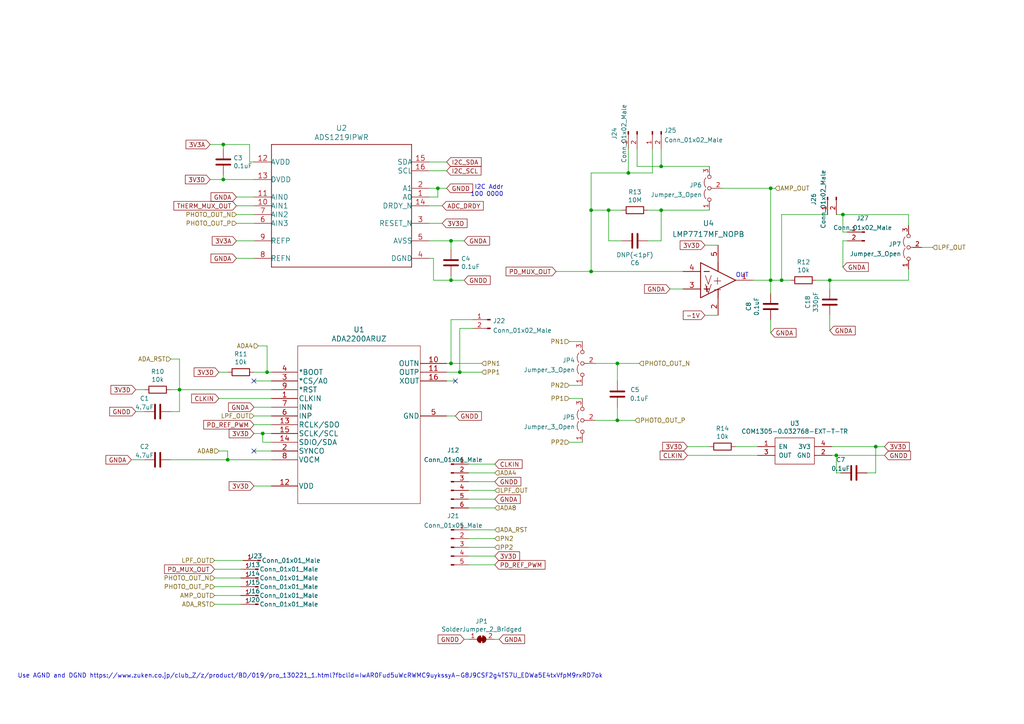
<source format=kicad_sch>
(kicad_sch (version 20211123) (generator eeschema)
  (paper "A4")
  (lib_symbols
    (symbol "Connector:Conn_01x01_Male" (pin_names (offset 1.016) hide)
      (property "Reference" "J" (at 0 2.54 0))
      (property "Value" "Conn_01x01_Male" (at 0 -2.54 0))
      (symbol "Conn_01x01_Male_1_1"
        (polyline (pts (xy 1.27 0) (xy 0.8636 0)) (stroke (width 0.1524)))
        (rectangle (start 0.8636 0.127) (end 0 -0.127) (stroke (width 0.1524)) (fill (type outline)))
        (pin passive line (at 5.08 0 180) (length 3.81) (name "Pin_1") (number "1"))
      )
    )
    (symbol "Connector:Conn_01x02_Male" (pin_names (offset 1.016) hide)
      (property "Reference" "J" (at 0 2.54 0))
      (property "Value" "Conn_01x02_Male" (at 0 -5.08 0))
      (symbol "Conn_01x02_Male_1_1"
        (polyline (pts (xy 1.27 -2.54) (xy 0.8636 -2.54)) (stroke (width 0.1524)))
        (polyline (pts (xy 1.27 0) (xy 0.8636 0)) (stroke (width 0.1524)))
        (rectangle (start 0.8636 -2.413) (end 0 -2.667) (stroke (width 0.1524)) (fill (type outline)))
        (rectangle (start 0.8636 0.127) (end 0 -0.127) (stroke (width 0.1524)) (fill (type outline)))
        (pin passive line (at 5.08 0 180) (length 3.81) (name "Pin_1") (number "1"))
        (pin passive line (at 5.08 -2.54 180) (length 3.81) (name "Pin_2") (number "2"))
      )
    )
    (symbol "Connector:Conn_01x05_Male" (pin_names (offset 1.016) hide)
      (property "Reference" "J" (at 0 7.62 0))
      (property "Value" "Conn_01x05_Male" (at 0 -7.62 0))
      (symbol "Conn_01x05_Male_1_1"
        (polyline (pts (xy 1.27 -5.08) (xy 0.8636 -5.08)) (stroke (width 0.1524)))
        (polyline (pts (xy 1.27 -2.54) (xy 0.8636 -2.54)) (stroke (width 0.1524)))
        (polyline (pts (xy 1.27 0) (xy 0.8636 0)) (stroke (width 0.1524)))
        (polyline (pts (xy 1.27 2.54) (xy 0.8636 2.54)) (stroke (width 0.1524)))
        (polyline (pts (xy 1.27 5.08) (xy 0.8636 5.08)) (stroke (width 0.1524)))
        (rectangle (start 0.8636 -4.953) (end 0 -5.207) (stroke (width 0.1524)) (fill (type outline)))
        (rectangle (start 0.8636 -2.413) (end 0 -2.667) (stroke (width 0.1524)) (fill (type outline)))
        (rectangle (start 0.8636 0.127) (end 0 -0.127) (stroke (width 0.1524)) (fill (type outline)))
        (rectangle (start 0.8636 2.667) (end 0 2.413) (stroke (width 0.1524)) (fill (type outline)))
        (rectangle (start 0.8636 5.207) (end 0 4.953) (stroke (width 0.1524)) (fill (type outline)))
        (pin passive line (at 5.08 5.08 180) (length 3.81) (name "Pin_1") (number "1"))
        (pin passive line (at 5.08 2.54 180) (length 3.81) (name "Pin_2") (number "2"))
        (pin passive line (at 5.08 0 180) (length 3.81) (name "Pin_3") (number "3"))
        (pin passive line (at 5.08 -2.54 180) (length 3.81) (name "Pin_4") (number "4"))
        (pin passive line (at 5.08 -5.08 180) (length 3.81) (name "Pin_5") (number "5"))
      )
    )
    (symbol "Connector:Conn_01x06_Male" (pin_names (offset 1.016) hide)
      (property "Reference" "J" (at 0 7.62 0))
      (property "Value" "Conn_01x06_Male" (at 0 -10.16 0))
      (symbol "Conn_01x06_Male_1_1"
        (polyline (pts (xy 1.27 -7.62) (xy 0.8636 -7.62)) (stroke (width 0.1524)))
        (polyline (pts (xy 1.27 -5.08) (xy 0.8636 -5.08)) (stroke (width 0.1524)))
        (polyline (pts (xy 1.27 -2.54) (xy 0.8636 -2.54)) (stroke (width 0.1524)))
        (polyline (pts (xy 1.27 0) (xy 0.8636 0)) (stroke (width 0.1524)))
        (polyline (pts (xy 1.27 2.54) (xy 0.8636 2.54)) (stroke (width 0.1524)))
        (polyline (pts (xy 1.27 5.08) (xy 0.8636 5.08)) (stroke (width 0.1524)))
        (rectangle (start 0.8636 -7.493) (end 0 -7.747) (stroke (width 0.1524)) (fill (type outline)))
        (rectangle (start 0.8636 -4.953) (end 0 -5.207) (stroke (width 0.1524)) (fill (type outline)))
        (rectangle (start 0.8636 -2.413) (end 0 -2.667) (stroke (width 0.1524)) (fill (type outline)))
        (rectangle (start 0.8636 0.127) (end 0 -0.127) (stroke (width 0.1524)) (fill (type outline)))
        (rectangle (start 0.8636 2.667) (end 0 2.413) (stroke (width 0.1524)) (fill (type outline)))
        (rectangle (start 0.8636 5.207) (end 0 4.953) (stroke (width 0.1524)) (fill (type outline)))
        (pin passive line (at 5.08 5.08 180) (length 3.81) (name "Pin_1") (number "1"))
        (pin passive line (at 5.08 2.54 180) (length 3.81) (name "Pin_2") (number "2"))
        (pin passive line (at 5.08 0 180) (length 3.81) (name "Pin_3") (number "3"))
        (pin passive line (at 5.08 -2.54 180) (length 3.81) (name "Pin_4") (number "4"))
        (pin passive line (at 5.08 -5.08 180) (length 3.81) (name "Pin_5") (number "5"))
        (pin passive line (at 5.08 -7.62 180) (length 3.81) (name "Pin_6") (number "6"))
      )
    )
    (symbol "Device:C" (pin_numbers hide) (pin_names (offset 0.254))
      (property "Reference" "C" (at 0.635 2.54 0))
      (property "Value" "C" (at 0.635 -2.54 0))
      (symbol "C_0_1"
        (polyline (pts (xy -2.032 -0.762) (xy 2.032 -0.762)) (stroke (width 0.508)))
        (polyline (pts (xy -2.032 0.762) (xy 2.032 0.762)) (stroke (width 0.508)))
      )
      (symbol "C_1_1"
        (pin passive line (at 0 3.81 270) (length 2.794) (name "~") (number "1"))
        (pin passive line (at 0 -3.81 90) (length 2.794) (name "~") (number "2"))
      )
    )
    (symbol "Device:R" (pin_numbers hide) (pin_names (offset 0))
      (property "Reference" "R" (at 2.032 0 90))
      (property "Value" "R" (at 0 0 90))
      (symbol "R_0_1"
        (rectangle (start -1.016 -2.54) (end 1.016 2.54) (stroke (width 0.254)))
      )
      (symbol "R_1_1"
        (pin passive line (at 0 3.81 270) (length 1.27) (name "~") (number "1"))
        (pin passive line (at 0 -3.81 90) (length 1.27) (name "~") (number "2"))
      )
    )
    (symbol "Jumper:Jumper_3_Open" (pin_names (offset 0) hide)
      (property "Reference" "JP" (at -2.54 -2.54 0))
      (property "Value" "Jumper_3_Open" (at 0 2.794 0))
      (symbol "Jumper_3_Open_0_0"
        (circle (center -3.302 0) (radius 0.508))
        (circle (center 0 0) (radius 0.508))
        (circle (center 3.302 0) (radius 0.508))
      )
      (symbol "Jumper_3_Open_0_1"
        (arc (start -0.254 1.016) (mid -1.651 1.4992) (end -3.048 1.016))
        (polyline (pts (xy 0 -0.508) (xy 0 -1.27)))
        (arc (start 3.048 1.016) (mid 1.651 1.4992) (end 0.254 1.016))
      )
      (symbol "Jumper_3_Open_1_1"
        (pin passive line (at -6.35 0 0) (length 2.54) (name "A") (number "1"))
        (pin input line (at 0 -3.81 90) (length 2.54) (name "C") (number "2"))
        (pin passive line (at 6.35 0 180) (length 2.54) (name "B") (number "3"))
      )
    )
    (symbol "Jumper:SolderJumper_2_Bridged" (pin_names (offset 0) hide)
      (property "Reference" "JP" (at 0 2.032 0))
      (property "Value" "SolderJumper_2_Bridged" (at 0 -2.54 0))
      (symbol "SolderJumper_2_Bridged_0_1"
        (rectangle (start -0.508 0.508) (end 0.508 -0.508) (fill (type outline)))
        (arc (start -0.254 1.016) (mid -1.27 0) (end -0.254 -1.016))
        (arc (start -0.254 1.016) (mid -1.27 0) (end -0.254 -1.016) (fill (type outline)))
        (polyline (pts (xy -0.254 1.016) (xy -0.254 -1.016)))
        (polyline (pts (xy 0.254 1.016) (xy 0.254 -1.016)))
        (arc (start 0.254 -1.016) (mid 1.27 0) (end 0.254 1.016))
        (arc (start 0.254 -1.016) (mid 1.27 0) (end 0.254 1.016) (fill (type outline)))
      )
      (symbol "SolderJumper_2_Bridged_1_1"
        (pin passive line (at -3.81 0 0) (length 2.54) (name "A") (number "1"))
        (pin passive line (at 3.81 0 180) (length 2.54) (name "B") (number "2"))
      )
    )
    (symbol "Ninja-qPCR:ADA2200ARUZ" (pin_names (offset 0.254))
      (property "Reference" "U" (at 25.4 12.7 0))
      (property "Value" "Ninja-qPCR_ADA2200ARUZ" (at 25.4 10.16 0))
      (symbol "ADA2200ARUZ_1_1"
        (polyline (pts (xy 7.62 -38.1) (xy 43.18 -38.1)) (stroke (width 0.127)))
        (polyline (pts (xy 7.62 7.62) (xy 7.62 -38.1)) (stroke (width 0.127)))
        (polyline (pts (xy 43.18 -38.1) (xy 43.18 7.62)) (stroke (width 0.127)))
        (polyline (pts (xy 43.18 7.62) (xy 7.62 7.62)) (stroke (width 0.127)))
        (pin unspecified line (at 0 -7.62 0) (length 7.62) (name "CLKIN") (number "1"))
        (pin unspecified line (at 50.8 2.54 180) (length 7.62) (name "OUTN") (number "10"))
        (pin unspecified line (at 50.8 0 180) (length 7.62) (name "OUTP") (number "11"))
        (pin unspecified line (at 0 -33.02 0) (length 7.62) (name "VDD") (number "12"))
        (pin unspecified line (at 0 -15.24 0) (length 7.62) (name "RCLK/SDO") (number "13"))
        (pin unspecified line (at 0 -20.32 0) (length 7.62) (name "SDIO/SDA") (number "14"))
        (pin unspecified line (at 0 -17.78 0) (length 7.62) (name "SCLK/SCL") (number "15"))
        (pin unspecified line (at 50.8 -2.54 180) (length 7.62) (name "XOUT") (number "16"))
        (pin unspecified line (at 0 -22.86 0) (length 7.62) (name "SYNCO") (number "2"))
        (pin unspecified line (at 0 -2.54 0) (length 7.62) (name "*CS/A0") (number "3"))
        (pin unspecified line (at 0 0 0) (length 7.62) (name "*BOOT") (number "4"))
        (pin unspecified line (at 50.8 -12.7 180) (length 7.62) (name "GND") (number "5"))
        (pin unspecified line (at 0 -12.7 0) (length 7.62) (name "INP") (number "6"))
        (pin unspecified line (at 0 -10.16 0) (length 7.62) (name "INN") (number "7"))
        (pin unspecified line (at 0 -25.4 0) (length 7.62) (name "VOCM") (number "8"))
        (pin unspecified line (at 0 -5.08 0) (length 7.62) (name "*RST") (number "9"))
      )
    )
    (symbol "Ninja-qPCR:ADS122C04IPWR" (pin_names (offset -0.254))
      (property "Reference" "U" (at 0 2.54 0))
      (property "Value" "Ninja-qPCR_ADS122C04IPWR" (at 0 0 0))
      (symbol "ADS122C04IPWR_1_1"
        (polyline (pts (xy -20.32 -17.78) (xy 20.32 -17.78)) (stroke (width 0.2032)))
        (polyline (pts (xy -20.32 17.78) (xy -20.32 -17.78)) (stroke (width 0.2032)))
        (polyline (pts (xy 20.32 -17.78) (xy 20.32 17.78)) (stroke (width 0.2032)))
        (polyline (pts (xy 20.32 17.78) (xy -20.32 17.78)) (stroke (width 0.2032)))
        (pin input line (at 25.4 2.54 180) (length 5.08) (name "A0") (number "1"))
        (pin input line (at -25.4 0 0) (length 5.08) (name "AIN1") (number "10"))
        (pin input line (at -25.4 2.54 0) (length 5.08) (name "AIN0") (number "11"))
        (pin power_in line (at -25.4 12.7 0) (length 5.08) (name "AVDD") (number "12"))
        (pin power_in line (at -25.4 7.62 0) (length 5.08) (name "DVDD") (number "13"))
        (pin output line (at 25.4 0 180) (length 5.08) (name "DRDY_N") (number "14"))
        (pin bidirectional line (at 25.4 12.7 180) (length 5.08) (name "SDA") (number "15"))
        (pin input line (at 25.4 10.16 180) (length 5.08) (name "SCL") (number "16"))
        (pin input line (at 25.4 5.08 180) (length 5.08) (name "A1") (number "2"))
        (pin input line (at 25.4 -5.08 180) (length 5.08) (name "RESET_N") (number "3"))
        (pin power_in line (at 25.4 -15.24 180) (length 5.08) (name "DGND") (number "4"))
        (pin power_in line (at 25.4 -10.16 180) (length 5.08) (name "AVSS") (number "5"))
        (pin input line (at -25.4 -5.08 0) (length 5.08) (name "AIN3") (number "6"))
        (pin input line (at -25.4 -2.54 0) (length 5.08) (name "AIN2") (number "7"))
        (pin input line (at -25.4 -15.24 0) (length 5.08) (name "REFN") (number "8"))
        (pin input line (at -25.4 -10.16 0) (length 5.08) (name "REFP") (number "9"))
      )
    )
    (symbol "Ninja-qPCR:COM1305-0.032768-EXT-T-TR" (pin_names (offset 1.016))
      (property "Reference" "U" (at 6.35 3.81 0))
      (property "Value" "Ninja-qPCR_COM1305-0.032768-EXT-T-TR" (at 11.43 -7.62 0))
      (symbol "COM1305-0.032768-EXT-T-TR_0_1"
        (rectangle (start 5.08 2.54) (end 16.51 -5.08))
      )
      (symbol "COM1305-0.032768-EXT-T-TR_1_1"
        (pin input line (at 0 0 0) (length 5.08) (name "EN") (number "1"))
        (pin input line (at 21.59 -2.54 180) (length 5.08) (name "GND") (number "2"))
        (pin input line (at 0 -2.54 0) (length 5.08) (name "OUT") (number "3"))
        (pin input line (at 21.59 0 180) (length 5.08) (name "3V3") (number "4"))
      )
    )
    (symbol "Ninja-qPCR:LMP7717MF_NOPB" (pin_names (offset 0) hide)
      (property "Reference" "U" (at 15.748 0.254 0))
      (property "Value" "Ninja-qPCR_LMP7717MF_NOPB" (at 15.748 -2.286 0))
      (symbol "LMP7717MF_NOPB_0_0"
        (text "V+" (at 3.81 -5.08 0) (effects (font (size 2.54 2.54))))
        (text "V-" (at 3.81 -7.62 0) (effects (font (size 2.54 2.54))))
      )
      (symbol "LMP7717MF_NOPB_1_1"
        (polyline (pts (xy 0 -10.16) (xy 10.16 -5.08)) (stroke (width 0.254)))
        (polyline (pts (xy 0 0) (xy 0 -10.16)) (stroke (width 0.254)))
        (polyline (pts (xy 0 0) (xy 10.16 -5.08)) (stroke (width 0.254)))
        (polyline (pts (xy 1.016 -7.62) (xy 2.54 -7.62)) (stroke (width 0.254)))
        (polyline (pts (xy 1.016 -2.54) (xy 2.54 -2.54)) (stroke (width 0.254)))
        (polyline (pts (xy 1.778 -6.858) (xy 1.778 -8.382)) (stroke (width 0.254)))
        (polyline (pts (xy 5.08 -7.62) (xy 5.08 -10.16)) (stroke (width 0.254)))
        (polyline (pts (xy 5.08 0) (xy 5.08 -2.54)) (stroke (width 0.254)))
        (pin output line (at 15.24 -5.08 180) (length 5.08) (name "OUT") (number "1"))
        (pin power_in line (at 5.08 -15.24 90) (length 5.08) (name "V-") (number "2"))
        (pin input line (at -5.08 -7.62 0) (length 5.08) (name "IN+") (number "3"))
        (pin input line (at -5.08 -2.54 0) (length 5.08) (name "IN-") (number "4"))
        (pin power_in line (at 5.08 5.08 270) (length 5.08) (name "V+") (number "5"))
      )
    )
  )
  (junction (at 171.45 60.96))
  (junction (at 130.81 81.28))
  (junction (at 240.665 81.28))
  (junction (at 52.07 113.03))
  (junction (at 244.475 62.23))
  (junction (at 242.57 132.08))
  (junction (at 176.53 60.96))
  (junction (at 191.77 48.26))
  (junction (at 130.81 105.41))
  (junction (at 179.07 121.92))
  (junction (at 77.47 107.95))
  (junction (at 64.77 52.07))
  (junction (at 64.77 41.91))
  (junction (at 182.245 50.165))
  (junction (at 226.695 81.28))
  (junction (at 191.77 60.96))
  (junction (at 171.45 78.74))
  (junction (at 223.52 54.61))
  (junction (at 254 129.54))
  (junction (at 66.04 133.35))
  (junction (at 127 54.61))
  (junction (at 179.07 105.41))
  (junction (at 76.2 125.73))
  (junction (at 130.81 69.85))
  (junction (at 223.52 81.28))
  (junction (at 133.35 107.95))
  (no_connect (at 73.66 130.81))
  (no_connect (at 73.66 110.49))
  (no_connect (at 132.08 110.49))
  (wire (pts (xy 240.665 81.28) (xy 263.525 81.28)))
  (wire (pts (xy 135.89 163.83) (xy 143.51 163.83)))
  (wire (pts (xy 73.66 118.11) (xy 78.74 118.11)))
  (wire (pts (xy 135.89 161.29) (xy 143.51 161.29)))
  (wire (pts (xy 68.58 57.15) (xy 73.66 57.15)))
  (wire (pts (xy 191.77 60.96) (xy 191.77 69.85)))
  (wire (pts (xy 199.39 132.08) (xy 219.71 132.08)))
  (wire (pts (xy 161.29 78.74) (xy 171.45 78.74)))
  (wire (pts (xy 77.47 107.95) (xy 73.66 107.95)))
  (wire (pts (xy 263.525 62.23) (xy 263.525 65.405)))
  (wire (pts (xy 240.665 81.28) (xy 240.665 83.82)))
  (wire (pts (xy 254 129.54) (xy 256.54 129.54)))
  (wire (pts (xy 130.81 69.85) (xy 134.62 69.85)))
  (wire (pts (xy 218.44 81.28) (xy 223.52 81.28)))
  (wire (pts (xy 129.54 105.41) (xy 130.81 105.41)))
  (wire (pts (xy 64.77 52.07) (xy 73.66 52.07)))
  (wire (pts (xy 62.23 172.72) (xy 69.85 172.72)))
  (wire (pts (xy 77.47 100.33) (xy 77.47 107.95)))
  (wire (pts (xy 39.37 113.03) (xy 41.91 113.03)))
  (wire (pts (xy 191.77 43.18) (xy 191.77 48.26)))
  (wire (pts (xy 60.96 52.07) (xy 64.77 52.07)))
  (wire (pts (xy 134.62 185.42) (xy 135.89 185.42)))
  (wire (pts (xy 165.1 99.06) (xy 168.91 99.06)))
  (wire (pts (xy 180.34 69.85) (xy 176.53 69.85)))
  (wire (pts (xy 171.45 60.96) (xy 171.45 78.74)))
  (wire (pts (xy 176.53 60.96) (xy 171.45 60.96)))
  (wire (pts (xy 241.3 132.08) (xy 242.57 132.08)))
  (wire (pts (xy 243.84 137.16) (xy 242.57 137.16)))
  (wire (pts (xy 236.855 81.28) (xy 240.665 81.28)))
  (wire (pts (xy 128.27 59.69) (xy 124.46 59.69)))
  (wire (pts (xy 135.89 153.67) (xy 143.51 153.67)))
  (wire (pts (xy 179.07 105.41) (xy 179.07 110.49)))
  (wire (pts (xy 63.5 115.57) (xy 78.74 115.57)))
  (wire (pts (xy 189.23 43.18) (xy 189.23 50.165)))
  (wire (pts (xy 165.1 111.76) (xy 168.91 111.76)))
  (wire (pts (xy 63.5 130.81) (xy 66.04 130.81)))
  (wire (pts (xy 124.46 49.53) (xy 129.54 49.53)))
  (wire (pts (xy 130.81 81.28) (xy 130.81 80.01)))
  (wire (pts (xy 135.89 147.32) (xy 143.51 147.32)))
  (wire (pts (xy 226.695 62.23) (xy 226.695 81.28)))
  (wire (pts (xy 244.475 69.85) (xy 244.475 77.47)))
  (wire (pts (xy 213.36 129.54) (xy 219.71 129.54)))
  (wire (pts (xy 124.46 46.99) (xy 129.54 46.99)))
  (wire (pts (xy 242.57 62.23) (xy 244.475 62.23)))
  (wire (pts (xy 130.81 105.41) (xy 139.7 105.41)))
  (wire (pts (xy 226.695 81.28) (xy 229.235 81.28)))
  (wire (pts (xy 132.08 120.65) (xy 129.54 120.65)))
  (wire (pts (xy 130.81 81.28) (xy 125.73 81.28)))
  (wire (pts (xy 124.46 69.85) (xy 130.81 69.85)))
  (wire (pts (xy 223.52 54.61) (xy 223.52 81.28)))
  (wire (pts (xy 68.58 69.85) (xy 73.66 69.85)))
  (wire (pts (xy 205.74 48.26) (xy 191.77 48.26)))
  (wire (pts (xy 135.89 144.78) (xy 143.51 144.78)))
  (wire (pts (xy 184.785 48.26) (xy 184.785 43.18)))
  (wire (pts (xy 66.04 133.35) (xy 78.74 133.35)))
  (wire (pts (xy 52.07 113.03) (xy 78.74 113.03)))
  (wire (pts (xy 78.74 107.95) (xy 77.47 107.95)))
  (wire (pts (xy 263.525 81.28) (xy 263.525 78.105)))
  (wire (pts (xy 130.81 72.39) (xy 130.81 69.85)))
  (wire (pts (xy 62.23 167.64) (xy 69.85 167.64)))
  (wire (pts (xy 68.58 59.69) (xy 73.66 59.69)))
  (wire (pts (xy 76.2 125.73) (xy 76.2 128.27)))
  (wire (pts (xy 52.07 104.14) (xy 52.07 113.03)))
  (wire (pts (xy 204.47 91.44) (xy 208.28 91.44)))
  (wire (pts (xy 73.66 64.77) (xy 68.58 64.77)))
  (wire (pts (xy 176.53 69.85) (xy 176.53 60.96)))
  (wire (pts (xy 242.57 137.16) (xy 242.57 132.08)))
  (wire (pts (xy 72.39 41.91) (xy 72.39 46.99)))
  (wire (pts (xy 172.72 105.41) (xy 179.07 105.41)))
  (wire (pts (xy 52.07 119.38) (xy 52.07 113.03)))
  (wire (pts (xy 60.96 41.91) (xy 64.77 41.91)))
  (wire (pts (xy 223.52 92.71) (xy 223.52 96.52)))
  (wire (pts (xy 128.27 64.77) (xy 124.46 64.77)))
  (wire (pts (xy 241.3 129.54) (xy 254 129.54)))
  (wire (pts (xy 245.745 69.85) (xy 244.475 69.85)))
  (wire (pts (xy 135.89 158.75) (xy 143.51 158.75)))
  (wire (pts (xy 144.78 185.42) (xy 143.51 185.42)))
  (wire (pts (xy 135.89 139.7) (xy 143.51 139.7)))
  (wire (pts (xy 133.35 95.25) (xy 133.35 107.95)))
  (wire (pts (xy 66.04 130.81) (xy 66.04 133.35)))
  (wire (pts (xy 49.53 133.35) (xy 66.04 133.35)))
  (wire (pts (xy 49.53 119.38) (xy 52.07 119.38)))
  (wire (pts (xy 62.23 175.26) (xy 69.85 175.26)))
  (wire (pts (xy 73.66 120.65) (xy 78.74 120.65)))
  (wire (pts (xy 240.665 91.44) (xy 240.665 95.885)))
  (wire (pts (xy 78.74 128.27) (xy 76.2 128.27)))
  (wire (pts (xy 171.45 50.165) (xy 171.45 60.96)))
  (wire (pts (xy 244.475 62.23) (xy 263.525 62.23)))
  (wire (pts (xy 125.73 74.93) (xy 124.46 74.93)))
  (wire (pts (xy 223.52 81.28) (xy 226.695 81.28)))
  (wire (pts (xy 64.77 50.8) (xy 64.77 52.07)))
  (wire (pts (xy 39.37 119.38) (xy 41.91 119.38)))
  (wire (pts (xy 254 137.16) (xy 254 129.54)))
  (wire (pts (xy 73.66 74.93) (xy 68.58 74.93)))
  (wire (pts (xy 240.03 62.23) (xy 226.695 62.23)))
  (wire (pts (xy 127 57.15) (xy 127 54.61)))
  (wire (pts (xy 129.54 107.95) (xy 133.35 107.95)))
  (wire (pts (xy 130.81 92.71) (xy 130.81 105.41)))
  (wire (pts (xy 64.77 43.18) (xy 64.77 41.91)))
  (wire (pts (xy 165.1 128.27) (xy 168.91 128.27)))
  (wire (pts (xy 135.89 142.24) (xy 143.51 142.24)))
  (wire (pts (xy 74.93 100.33) (xy 77.47 100.33)))
  (wire (pts (xy 38.1 133.35) (xy 41.91 133.35)))
  (wire (pts (xy 182.245 43.18) (xy 182.245 50.165)))
  (wire (pts (xy 179.07 118.11) (xy 179.07 121.92)))
  (wire (pts (xy 135.89 137.16) (xy 143.51 137.16)))
  (wire (pts (xy 132.08 110.49) (xy 129.54 110.49)))
  (wire (pts (xy 194.31 83.82) (xy 198.12 83.82)))
  (wire (pts (xy 137.16 95.25) (xy 133.35 95.25)))
  (wire (pts (xy 165.1 115.57) (xy 168.91 115.57)))
  (wire (pts (xy 124.46 57.15) (xy 127 57.15)))
  (wire (pts (xy 251.46 137.16) (xy 254 137.16)))
  (wire (pts (xy 68.58 62.23) (xy 73.66 62.23)))
  (wire (pts (xy 223.52 54.61) (xy 224.79 54.61)))
  (wire (pts (xy 49.53 104.14) (xy 52.07 104.14)))
  (wire (pts (xy 124.46 54.61) (xy 127 54.61)))
  (wire (pts (xy 187.96 69.85) (xy 191.77 69.85)))
  (wire (pts (xy 191.77 48.26) (xy 184.785 48.26)))
  (wire (pts (xy 179.07 105.41) (xy 185.42 105.41)))
  (wire (pts (xy 63.5 107.95) (xy 66.04 107.95)))
  (wire (pts (xy 62.23 162.56) (xy 70.485 162.56)))
  (wire (pts (xy 209.55 54.61) (xy 223.52 54.61)))
  (wire (pts (xy 244.475 62.23) (xy 244.475 67.31)))
  (wire (pts (xy 133.35 107.95) (xy 139.7 107.95)))
  (wire (pts (xy 125.73 81.28) (xy 125.73 74.93)))
  (wire (pts (xy 171.45 78.74) (xy 198.12 78.74)))
  (wire (pts (xy 184.15 121.92) (xy 179.07 121.92)))
  (wire (pts (xy 245.745 67.31) (xy 244.475 67.31)))
  (wire (pts (xy 76.2 125.73) (xy 78.74 125.73)))
  (wire (pts (xy 204.47 71.12) (xy 208.28 71.12)))
  (wire (pts (xy 73.66 130.81) (xy 78.74 130.81)))
  (wire (pts (xy 62.23 170.18) (xy 69.85 170.18)))
  (wire (pts (xy 127 54.61) (xy 129.54 54.61)))
  (wire (pts (xy 267.335 71.755) (xy 270.51 71.755)))
  (wire (pts (xy 205.74 129.54) (xy 199.39 129.54)))
  (wire (pts (xy 182.245 50.165) (xy 171.45 50.165)))
  (wire (pts (xy 242.57 132.08) (xy 256.54 132.08)))
  (wire (pts (xy 73.66 125.73) (xy 76.2 125.73)))
  (wire (pts (xy 191.77 60.96) (xy 187.96 60.96)))
  (wire (pts (xy 73.66 140.97) (xy 78.74 140.97)))
  (wire (pts (xy 134.62 81.28) (xy 130.81 81.28)))
  (wire (pts (xy 223.52 81.28) (xy 223.52 85.09)))
  (wire (pts (xy 137.16 92.71) (xy 130.81 92.71)))
  (wire (pts (xy 62.23 165.1) (xy 69.85 165.1)))
  (wire (pts (xy 64.77 41.91) (xy 72.39 41.91)))
  (wire (pts (xy 205.74 60.96) (xy 191.77 60.96)))
  (wire (pts (xy 189.23 50.165) (xy 182.245 50.165)))
  (wire (pts (xy 73.66 123.19) (xy 78.74 123.19)))
  (wire (pts (xy 135.89 156.21) (xy 143.51 156.21)))
  (wire (pts (xy 135.89 134.62) (xy 143.51 134.62)))
  (wire (pts (xy 73.66 110.49) (xy 78.74 110.49)))
  (wire (pts (xy 176.53 60.96) (xy 180.34 60.96)))
  (wire (pts (xy 72.39 46.99) (xy 73.66 46.99)))
  (wire (pts (xy 49.53 113.03) (xy 52.07 113.03)))
  (wire (pts (xy 179.07 121.92) (xy 172.72 121.92)))
  (text "Use AGND and DGND  https://www.zuken.co.jp/club_Z/z/product/BD/019/pro_130221_1.html?fbclid=IwAR0Fud5uWcRWMC9uykssyA-G8J9CSF2g4TS7U_EDWa5E4txVfpM9rxRD7ok" (at 5.08 196.85 0) (effects (font (size 1.27 1.27)) (justify left bottom)))
  (text "I2C Addr\n100 0000" (at 146.05 57.15 180) (effects (font (size 1.27 1.27)) (justify right bottom)))
  (text "OUT" (at 213.36 80.645 0) (effects (font (size 1.27 1.27)) (justify left bottom)))
  (global_label "I2C_SCL" (shape input) (at 129.54 49.53 0) (property "Intersheet References" "${INTERSHEET_REFS}" (effects hide)))
  (global_label "ADC_DRDY" (shape input) (at 128.27 59.69 0) (property "Intersheet References" "${INTERSHEET_REFS}" (effects hide)))
  (global_label "3V3A" (shape input) (at 68.58 69.85 180) (property "Intersheet References" "${INTERSHEET_REFS}" (effects hide)))
  (global_label "PD_REF_PWM" (shape input) (at 73.66 123.19 180) (property "Intersheet References" "${INTERSHEET_REFS}" (effects hide)))
  (global_label "3V3D" (shape input) (at 204.47 71.12 180) (property "Intersheet References" "${INTERSHEET_REFS}" (effects hide)))
  (global_label "PD_MUX_OUT" (shape input) (at 62.23 165.1 180) (property "Intersheet References" "${INTERSHEET_REFS}" (effects hide)))
  (global_label "I2C_SDA" (shape input) (at 129.54 46.99 0) (property "Intersheet References" "${INTERSHEET_REFS}" (effects hide)))
  (global_label "PD_MUX_OUT" (shape input) (at 161.29 78.74 180) (property "Intersheet References" "${INTERSHEET_REFS}" (effects hide)))
  (global_label "GNDA" (shape input) (at 73.66 118.11 180) (property "Intersheet References" "${INTERSHEET_REFS}" (effects hide)))
  (global_label "GNDD" (shape input) (at 134.62 185.42 180) (property "Intersheet References" "${INTERSHEET_REFS}" (effects hide)))
  (global_label "CLKIN" (shape input) (at 63.5 115.57 180) (property "Intersheet References" "${INTERSHEET_REFS}" (effects hide)))
  (global_label "3V3D" (shape input) (at 73.66 125.73 180) (property "Intersheet References" "${INTERSHEET_REFS}" (effects hide)))
  (global_label "GNDD" (shape input) (at 143.51 139.7 0) (property "Intersheet References" "${INTERSHEET_REFS}" (effects hide)))
  (global_label "3V3D" (shape input) (at 60.96 52.07 180) (property "Intersheet References" "${INTERSHEET_REFS}" (effects hide)))
  (global_label "GNDD" (shape input) (at 132.08 120.65 0) (property "Intersheet References" "${INTERSHEET_REFS}" (effects hide)))
  (global_label "GNDA" (shape input) (at 143.51 144.78 0) (property "Intersheet References" "${INTERSHEET_REFS}" (effects hide)))
  (global_label "GNDA" (shape input) (at 144.78 185.42 0) (property "Intersheet References" "${INTERSHEET_REFS}" (effects hide)))
  (global_label "GNDA" (shape input) (at 38.1 133.35 180) (property "Intersheet References" "${INTERSHEET_REFS}" (effects hide)))
  (global_label "PD_REF_PWM" (shape input) (at 143.51 163.83 0) (property "Intersheet References" "${INTERSHEET_REFS}" (effects hide)))
  (global_label "3V3D" (shape input) (at 128.27 64.77 0) (property "Intersheet References" "${INTERSHEET_REFS}" (effects hide)))
  (global_label "3V3D" (shape input) (at 199.39 129.54 180) (property "Intersheet References" "${INTERSHEET_REFS}" (effects hide)))
  (global_label "3V3D" (shape input) (at 73.66 140.97 180) (property "Intersheet References" "${INTERSHEET_REFS}" (effects hide)))
  (global_label "GNDD" (shape input) (at 39.37 119.38 180) (property "Intersheet References" "${INTERSHEET_REFS}" (effects hide)))
  (global_label "GNDA" (shape input) (at 240.665 95.885 0) (property "Intersheet References" "${INTERSHEET_REFS}" (effects hide)))
  (global_label "GNDD" (shape input) (at 129.54 54.61 0) (property "Intersheet References" "${INTERSHEET_REFS}" (effects hide)))
  (global_label "-1V" (shape input) (at 204.47 91.44 180) (property "Intersheet References" "${INTERSHEET_REFS}" (effects hide)))
  (global_label "GNDA" (shape input) (at 244.475 77.47 0) (property "Intersheet References" "${INTERSHEET_REFS}" (effects hide)))
  (global_label "GNDA" (shape input) (at 194.31 83.82 180) (property "Intersheet References" "${INTERSHEET_REFS}" (effects hide)))
  (global_label "3V3A" (shape input) (at 60.96 41.91 180) (property "Intersheet References" "${INTERSHEET_REFS}" (effects hide)))
  (global_label "CLKIN" (shape input) (at 143.51 134.62 0) (property "Intersheet References" "${INTERSHEET_REFS}" (effects hide)))
  (global_label "3V3D" (shape input) (at 39.37 113.03 180) (property "Intersheet References" "${INTERSHEET_REFS}" (effects hide)))
  (global_label "GNDD" (shape input) (at 134.62 81.28 0) (property "Intersheet References" "${INTERSHEET_REFS}" (effects hide)))
  (global_label "CLKIN" (shape input) (at 199.39 132.08 180) (property "Intersheet References" "${INTERSHEET_REFS}" (effects hide)))
  (global_label "GNDA" (shape input) (at 134.62 69.85 0) (property "Intersheet References" "${INTERSHEET_REFS}" (effects hide)))
  (global_label "THERM_MUX_OUT" (shape input) (at 68.58 59.69 180) (property "Intersheet References" "${INTERSHEET_REFS}" (effects hide)))
  (global_label "3V3D" (shape input) (at 143.51 161.29 0) (property "Intersheet References" "${INTERSHEET_REFS}" (effects hide)))
  (global_label "3V3D" (shape input) (at 63.5 107.95 180) (property "Intersheet References" "${INTERSHEET_REFS}" (effects hide)))
  (global_label "GNDA" (shape input) (at 223.52 96.52 0) (property "Intersheet References" "${INTERSHEET_REFS}" (effects hide)))
  (global_label "GNDA" (shape input) (at 68.58 57.15 180) (property "Intersheet References" "${INTERSHEET_REFS}" (effects hide)))
  (global_label "GNDA" (shape input) (at 68.58 74.93 180) (property "Intersheet References" "${INTERSHEET_REFS}" (effects hide)))
  (global_label "GNDD" (shape input) (at 256.54 132.08 0) (property "Intersheet References" "${INTERSHEET_REFS}" (effects hide)))
  (global_label "3V3D" (shape input) (at 256.54 129.54 0) (property "Intersheet References" "${INTERSHEET_REFS}" (effects hide)))
  (hierarchical_label "PN2" (shape input) (at 143.51 156.21 0))
  (hierarchical_label "PN1" (shape input) (at 139.7 105.41 0))
  (hierarchical_label "PHOTO_OUT_P" (shape input) (at 68.58 64.77 180))
  (hierarchical_label "PP1" (shape input) (at 139.7 107.95 0))
  (hierarchical_label "PHOTO_OUT_N" (shape input) (at 185.42 105.41 0))
  (hierarchical_label "PP2" (shape input) (at 143.51 158.75 0))
  (hierarchical_label "LPF_OUT" (shape input) (at 270.51 71.755 0))
  (hierarchical_label "ADA8" (shape input) (at 143.51 147.32 0))
  (hierarchical_label "LPF_OUT" (shape input) (at 143.51 142.24 0))
  (hierarchical_label "ADA8" (shape input) (at 63.5 130.81 180))
  (hierarchical_label "AMP_OUT" (shape input) (at 62.23 172.72 180))
  (hierarchical_label "PHOTO_OUT_P" (shape input) (at 62.23 170.18 180))
  (hierarchical_label "PN1" (shape input) (at 165.1 99.06 180))
  (hierarchical_label "PN2" (shape input) (at 165.1 111.76 180))
  (hierarchical_label "PHOTO_OUT_P" (shape input) (at 184.15 121.92 0))
  (hierarchical_label "PHOTO_OUT_N" (shape input) (at 68.58 62.23 180))
  (hierarchical_label "ADA_RST" (shape input) (at 62.23 175.26 180))
  (hierarchical_label "ADA4" (shape input) (at 143.51 137.16 0))
  (hierarchical_label "AMP_OUT" (shape input) (at 224.79 54.61 0))
  (hierarchical_label "ADA_RST" (shape input) (at 143.51 153.67 0))
  (hierarchical_label "ADA4" (shape input) (at 74.93 100.33 180))
  (hierarchical_label "LPF_OUT" (shape input) (at 73.66 120.65 180))
  (hierarchical_label "PP2" (shape input) (at 165.1 128.27 180))
  (hierarchical_label "PHOTO_OUT_N" (shape input) (at 62.23 167.64 180))
  (hierarchical_label "LPF_OUT" (shape input) (at 62.23 162.56 180))
  (hierarchical_label "ADA_RST" (shape input) (at 49.53 104.14 180))
  (hierarchical_label "PP1" (shape input) (at 165.1 115.57 180))
  (symbol (lib_id "Connector:Conn_01x01_Male") (at 74.93 165.1 0) (mirror y) (unit 1)
    (property "Reference" "J13" (at 73.66 163.83 0))
    (property "Value" "Conn_01x01_Male" (at 83.82 165.1 0))
    (property "Footprint" "Connector_PinHeader_2.54mm:PinHeader_1x01_P2.54mm_Vertical" (effects hide))
  )
  (symbol (lib_id "Ninja-qPCR:ADA2200ARUZ") (at 78.74 107.95 0) (unit 1)
    (property "Reference" "U1" (at 104.14 95.5802 0) (effects (font (size 1.524 1.524))))
    (property "Value" "ADA2200ARUZ" (at 104.14 98.2726 0) (effects (font (size 1.524 1.524))))
    (property "Footprint" "Ninja-qPCR:ADA2200ARUZ" (effects hide))
  )
  (symbol (lib_id "Device:R") (at 69.85 107.95 270) (unit 1)
    (property "Reference" "R11" (at 69.85 102.6922 90))
    (property "Value" "10k" (at 69.85 105.0036 90))
    (property "Footprint" "Resistor_SMD:R_0603_1608Metric" (effects hide))
  )
  (symbol (lib_id "Device:R") (at 45.72 113.03 270) (unit 1)
    (property "Reference" "R10" (at 45.72 107.7722 90))
    (property "Value" "10k" (at 45.72 110.0836 90))
    (property "Footprint" "Resistor_SMD:R_0603_1608Metric" (effects hide))
  )
  (symbol (lib_id "Device:C") (at 45.72 133.35 270) (unit 1)
    (property "Reference" "C2" (at 41.91 129.54 90))
    (property "Value" "4.7uF" (at 41.91 132.08 90))
    (property "Footprint" "Capacitor_SMD:C_0805_2012Metric" (effects hide))
  )
  (symbol (lib_id "Device:C") (at 223.52 88.9 0) (unit 1)
    (property "Reference" "C8" (at 217.1192 88.9 90))
    (property "Value" "0.1uF" (at 219.4306 88.9 90))
    (property "Footprint" "Capacitor_SMD:C_0603_1608Metric" (effects hide))
  )
  (symbol (lib_id "Device:R") (at 184.15 60.96 90) (mirror x) (unit 1)
    (property "Reference" "R13" (at 184.15 55.7022 90))
    (property "Value" "10M" (at 184.15 58.0136 90))
    (property "Footprint" "Resistor_SMD:R_0603_1608Metric" (effects hide))
  )
  (symbol (lib_id "Device:C") (at 184.15 69.85 270) (mirror x) (unit 1)
    (property "Reference" "C6" (at 184.15 76.2508 90))
    (property "Value" "DNP(<1pF)" (at 184.15 73.9394 90))
    (property "Footprint" "Capacitor_SMD:C_0603_1608Metric" (effects hide))
  )
  (symbol (lib_id "Device:R") (at 209.55 129.54 270) (unit 1)
    (property "Reference" "R14" (at 209.55 124.2822 90))
    (property "Value" "10k" (at 209.55 126.5936 90))
    (property "Footprint" "Resistor_SMD:R_0603_1608Metric" (effects hide))
  )
  (symbol (lib_id "Device:C") (at 45.72 119.38 270) (unit 1)
    (property "Reference" "C1" (at 41.91 115.57 90))
    (property "Value" "4.7uF" (at 41.91 118.11 90))
    (property "Footprint" "Capacitor_SMD:C_0805_2012Metric" (effects hide))
  )
  (symbol (lib_id "Ninja-qPCR:ADS122C04IPWR") (at 99.06 59.69 0) (unit 1)
    (property "Reference" "U2" (at 99.06 37.1348 0) (effects (font (size 1.524 1.524))))
    (property "Value" "ADS1219IPWR" (at 99.06 39.8272 0) (effects (font (size 1.524 1.524))))
    (property "Footprint" "Ninja-qPCR:ADS122C04IPWR" (effects hide))
  )
  (symbol (lib_id "Ninja-qPCR:LMP7717MF_NOPB") (at 203.2 76.2 0) (unit 1)
    (property "Reference" "U4" (at 203.835 64.77 0) (effects (font (size 1.524 1.524)) (justify left)))
    (property "Value" "LMP7717MF_NOPB" (at 194.945 67.945 0) (effects (font (size 1.524 1.524)) (justify left)))
    (property "Footprint" "Package_TO_SOT_SMD:SOT-23-5" (effects hide))
  )
  (symbol (lib_id "Device:C") (at 64.77 46.99 0) (unit 1)
    (property "Reference" "C3" (at 67.691 45.8216 0) (effects (justify left)))
    (property "Value" "0.1uF" (at 67.691 48.133 0) (effects (justify left)))
    (property "Footprint" "Capacitor_SMD:C_0603_1608Metric" (effects hide))
  )
  (symbol (lib_id "Device:C") (at 130.81 76.2 0) (unit 1)
    (property "Reference" "C4" (at 133.731 75.0316 0) (effects (justify left)))
    (property "Value" "0.1uF" (at 133.731 77.343 0) (effects (justify left)))
    (property "Footprint" "Capacitor_SMD:C_0603_1608Metric" (effects hide))
  )
  (symbol (lib_id "Device:C") (at 247.65 137.16 270) (unit 1)
    (property "Reference" "C7" (at 243.84 133.35 90))
    (property "Value" "0.1uF" (at 243.84 135.89 90))
    (property "Footprint" "Capacitor_SMD:C_0603_1608Metric" (effects hide))
  )
  (symbol (lib_id "Ninja-qPCR:COM1305-0.032768-EXT-T-TR") (at 219.71 129.54 0) (unit 1)
    (property "Reference" "U3" (at 230.505 122.809 0))
    (property "Value" "COM1305-0.032768-EXT-T-TR" (at 230.505 125.1204 0))
    (property "Footprint" "Ninja-qPCR:ASDK-32.768KHZ-LRT" (effects hide))
  )
  (symbol (lib_id "Jumper:SolderJumper_2_Bridged") (at 139.7 185.42 0) (unit 1)
    (property "Reference" "JP1" (at 139.7 180.213 0))
    (property "Value" "SolderJumper_2_Bridged" (at 139.7 182.5244 0))
    (property "Footprint" "Jumper:SolderJumper-2_P1.3mm_Bridged_RoundedPad1.0x1.5mm" (effects hide))
  )
  (symbol (lib_id "Connector:Conn_01x01_Male") (at 74.93 167.64 0) (mirror y) (unit 1)
    (property "Reference" "J14" (at 73.66 166.37 0))
    (property "Value" "Conn_01x01_Male" (at 83.82 167.64 0))
    (property "Footprint" "Connector_PinHeader_2.54mm:PinHeader_1x01_P2.54mm_Vertical" (effects hide))
  )
  (symbol (lib_id "Connector:Conn_01x01_Male") (at 74.93 170.18 0) (mirror y) (unit 1)
    (property "Reference" "J15" (at 73.66 168.91 0))
    (property "Value" "Conn_01x01_Male" (at 83.82 170.18 0))
    (property "Footprint" "Connector_PinHeader_2.54mm:PinHeader_1x01_P2.54mm_Vertical" (effects hide))
  )
  (symbol (lib_id "Connector:Conn_01x01_Male") (at 74.93 172.72 0) (mirror y) (unit 1)
    (property "Reference" "J16" (at 73.66 171.45 0))
    (property "Value" "Conn_01x01_Male" (at 83.82 172.72 0))
    (property "Footprint" "Connector_PinHeader_2.54mm:PinHeader_1x01_P2.54mm_Vertical" (effects hide))
  )
  (symbol (lib_id "Jumper:Jumper_3_Open") (at 168.91 105.41 90) (unit 1)
    (property "Reference" "JP4" (at 166.7759 104.5015 90) (effects (justify left)))
    (property "Value" "Jumper_3_Open" (at 166.7759 107.2766 90) (effects (justify left)))
    (property "Footprint" "Jumper:SolderJumper-3_P2.0mm_Open_TrianglePad1.0x1.5mm" (effects hide))
  )
  (symbol (lib_id "Connector:Conn_01x01_Male") (at 74.93 175.26 0) (mirror y) (unit 1)
    (property "Reference" "J20" (at 73.66 173.99 0))
    (property "Value" "Conn_01x01_Male" (at 83.82 175.26 0))
    (property "Footprint" "Connector_PinHeader_2.54mm:PinHeader_1x01_P2.54mm_Vertical" (effects hide))
  )
  (symbol (lib_id "Connector:Conn_01x01_Male") (at 75.565 162.56 0) (mirror y) (unit 1)
    (property "Reference" "J23" (at 74.295 161.29 0))
    (property "Value" "Conn_01x01_Male" (at 84.455 162.56 0))
    (property "Footprint" "Connector_PinHeader_2.54mm:PinHeader_1x01_P2.54mm_Vertical" (effects hide))
  )
  (symbol (lib_id "Connector:Conn_01x02_Male") (at 189.23 38.1 90) (mirror x) (unit 1)
    (property "Reference" "J25" (at 192.6082 37.8265 90) (effects (justify right)))
    (property "Value" "Conn_01x02_Male" (at 192.6082 40.6016 90) (effects (justify right)))
    (property "Footprint" "Connector_PinHeader_2.54mm:PinHeader_1x02_P2.54mm_Vertical" (effects hide))
  )
  (symbol (lib_id "Connector:Conn_01x02_Male") (at 182.245 38.1 90) (mirror x) (unit 1)
    (property "Reference" "J24" (at 178.2023 38.735 0))
    (property "Value" "Conn_01x02_Male" (at 180.9774 38.735 0))
    (property "Footprint" "Connector_PinHeader_2.54mm:PinHeader_1x02_P2.54mm_Vertical" (effects hide))
  )
  (symbol (lib_id "Connector:Conn_01x02_Male") (at 250.825 67.31 0) (mirror y) (unit 1)
    (property "Reference" "J27" (at 250.19 63.2673 0))
    (property "Value" "Conn_01x02_Male" (at 250.19 66.0424 0))
    (property "Footprint" "Connector_PinHeader_2.54mm:PinHeader_1x02_P2.54mm_Vertical" (effects hide))
  )
  (symbol (lib_id "Device:C") (at 240.665 87.63 0) (unit 1)
    (property "Reference" "C18" (at 234.2642 87.63 90))
    (property "Value" "330pF" (at 236.5756 87.63 90))
    (property "Footprint" "Capacitor_SMD:C_0402_1005Metric" (effects hide))
  )
  (symbol (lib_id "Connector:Conn_01x06_Male") (at 130.81 139.7 0) (unit 1)
    (property "Reference" "J12" (at 131.445 130.5773 0))
    (property "Value" "Conn_01x06_Male" (at 131.445 133.3524 0))
    (property "Footprint" "Connector_PinHeader_1.27mm:PinHeader_1x06_P1.27mm_Vertical" (effects hide))
  )
  (symbol (lib_id "Connector:Conn_01x05_Male") (at 130.81 158.75 0) (unit 1)
    (property "Reference" "J21" (at 131.445 149.6273 0))
    (property "Value" "Conn_01x05_Male" (at 131.445 152.4024 0))
    (property "Footprint" "Connector_PinHeader_1.27mm:PinHeader_1x05_P1.27mm_Vertical" (effects hide))
  )
  (symbol (lib_id "Device:R") (at 233.045 81.28 270) (unit 1)
    (property "Reference" "R12" (at 233.045 76.0222 90))
    (property "Value" "10k" (at 233.045 78.3336 90))
    (property "Footprint" "Resistor_SMD:R_0603_1608Metric" (effects hide))
  )
  (symbol (lib_id "Jumper:Jumper_3_Open") (at 263.525 71.755 90) (unit 1)
    (property "Reference" "JP7" (at 261.3909 70.8465 90) (effects (justify left)))
    (property "Value" "Jumper_3_Open" (at 261.3909 73.6216 90) (effects (justify left)))
    (property "Footprint" "Jumper:SolderJumper-3_P2.0mm_Open_TrianglePad1.0x1.5mm" (effects hide))
  )
  (symbol (lib_id "Connector:Conn_01x02_Male") (at 240.03 57.15 90) (mirror x) (unit 1)
    (property "Reference" "J26" (at 235.9873 57.785 0))
    (property "Value" "Conn_01x02_Male" (at 238.7624 57.785 0))
    (property "Footprint" "Connector_PinHeader_2.54mm:PinHeader_1x02_P2.54mm_Vertical" (effects hide))
  )
  (symbol (lib_id "Device:C") (at 179.07 114.3 0) (unit 1)
    (property "Reference" "C5" (at 184.15 113.03 0))
    (property "Value" "0.1uF" (at 185.42 115.57 0))
    (property "Footprint" "Capacitor_SMD:C_0603_1608Metric" (effects hide))
  )
  (symbol (lib_id "Jumper:Jumper_3_Open") (at 168.91 121.92 90) (unit 1)
    (property "Reference" "JP5" (at 166.7759 121.0115 90) (effects (justify left)))
    (property "Value" "Jumper_3_Open" (at 166.7759 123.7866 90) (effects (justify left)))
    (property "Footprint" "Jumper:SolderJumper-3_P2.0mm_Open_TrianglePad1.0x1.5mm" (effects hide))
  )
  (symbol (lib_id "Connector:Conn_01x02_Male") (at 142.24 92.71 0) (mirror y) (unit 1)
    (property "Reference" "J22" (at 142.9512 93.0715 0) (effects (justify right)))
    (property "Value" "Conn_01x02_Male" (at 142.9512 95.8466 0) (effects (justify right)))
    (property "Footprint" "Connector_PinHeader_2.54mm:PinHeader_1x02_P2.54mm_Vertical" (effects hide))
  )
  (symbol (lib_id "Jumper:Jumper_3_Open") (at 205.74 54.61 90) (unit 1)
    (property "Reference" "JP6" (at 203.6059 53.7015 90) (effects (justify left)))
    (property "Value" "Jumper_3_Open" (at 203.6059 56.4766 90) (effects (justify left)))
    (property "Footprint" "Jumper:SolderJumper-3_P2.0mm_Open_TrianglePad1.0x1.5mm" (effects hide))
  )
)
</source>
